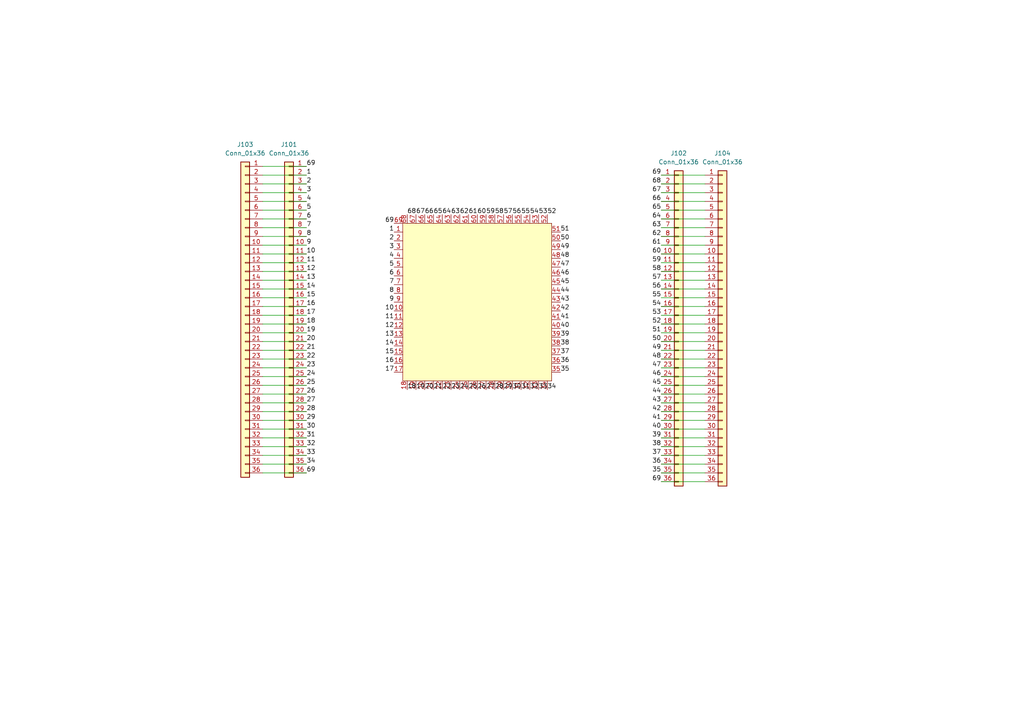
<source format=kicad_sch>
(kicad_sch (version 20250114) (generator "eeschema") (generator_version "9.0")
  (paper "A4")
  (lib_symbols
    (symbol "Connector_Generic:Conn_01x36" (pin_names (offset 1.016) (hide yes))
      (property "Reference" "J" (at 0 45.72 0))
      (property "Value" "Conn_01x36" (at 0 -48.26 0))
      (symbol "Conn_01x36_1_1"
        (rectangle (start -1.27 44.45) (end 1.27 -46.99) (stroke (width 0.254)) (fill (type background)))
        (rectangle (start -1.27 43.307) (end 0 43.053) (stroke (width 0.1524)))
        (rectangle (start -1.27 40.767) (end 0 40.513) (stroke (width 0.1524)))
        (rectangle (start -1.27 38.227) (end 0 37.973) (stroke (width 0.1524)))
        (rectangle (start -1.27 35.687) (end 0 35.433) (stroke (width 0.1524)))
        (rectangle (start -1.27 33.147) (end 0 32.893) (stroke (width 0.1524)))
        (rectangle (start -1.27 30.607) (end 0 30.353) (stroke (width 0.1524)))
        (rectangle (start -1.27 28.067) (end 0 27.813) (stroke (width 0.1524)))
        (rectangle (start -1.27 25.527) (end 0 25.273) (stroke (width 0.1524)))
        (rectangle (start -1.27 22.987) (end 0 22.733) (stroke (width 0.1524)))
        (rectangle (start -1.27 20.447) (end 0 20.193) (stroke (width 0.1524)))
        (rectangle (start -1.27 17.907) (end 0 17.653) (stroke (width 0.1524)))
        (rectangle (start -1.27 15.367) (end 0 15.113) (stroke (width 0.1524)))
        (rectangle (start -1.27 12.827) (end 0 12.573) (stroke (width 0.1524)))
        (rectangle (start -1.27 10.287) (end 0 10.033) (stroke (width 0.1524)))
        (rectangle (start -1.27 7.747) (end 0 7.493) (stroke (width 0.1524)))
        (rectangle (start -1.27 5.207) (end 0 4.953) (stroke (width 0.1524)))
        (rectangle (start -1.27 2.667) (end 0 2.413) (stroke (width 0.1524)))
        (rectangle (start -1.27 0.127) (end 0 -0.127) (stroke (width 0.1524)))
        (rectangle (start -1.27 -2.413) (end 0 -2.667) (stroke (width 0.1524)))
        (rectangle (start -1.27 -4.953) (end 0 -5.207) (stroke (width 0.1524)))
        (rectangle (start -1.27 -7.493) (end 0 -7.747) (stroke (width 0.1524)))
        (rectangle (start -1.27 -10.033) (end 0 -10.287) (stroke (width 0.1524)))
        (rectangle (start -1.27 -12.573) (end 0 -12.827) (stroke (width 0.1524)))
        (rectangle (start -1.27 -15.113) (end 0 -15.367) (stroke (width 0.1524)))
        (rectangle (start -1.27 -17.653) (end 0 -17.907) (stroke (width 0.1524)))
        (rectangle (start -1.27 -20.193) (end 0 -20.447) (stroke (width 0.1524)))
        (rectangle (start -1.27 -22.733) (end 0 -22.987) (stroke (width 0.1524)))
        (rectangle (start -1.27 -25.273) (end 0 -25.527) (stroke (width 0.1524)))
        (rectangle (start -1.27 -27.813) (end 0 -28.067) (stroke (width 0.1524)))
        (rectangle (start -1.27 -30.353) (end 0 -30.607) (stroke (width 0.1524)))
        (rectangle (start -1.27 -32.893) (end 0 -33.147) (stroke (width 0.1524)))
        (rectangle (start -1.27 -35.433) (end 0 -35.687) (stroke (width 0.1524)))
        (rectangle (start -1.27 -37.973) (end 0 -38.227) (stroke (width 0.1524)))
        (rectangle (start -1.27 -40.513) (end 0 -40.767) (stroke (width 0.1524)))
        (rectangle (start -1.27 -43.053) (end 0 -43.307) (stroke (width 0.1524)))
        (rectangle (start -1.27 -45.593) (end 0 -45.847) (stroke (width 0.1524)))
        (pin passive line (at -5.08 43.18 0) (length 3.81) (name "Pin_1") (number "1"))
        (pin passive line (at -5.08 40.64 0) (length 3.81) (name "Pin_2") (number "2"))
        (pin passive line (at -5.08 38.1 0) (length 3.81) (name "Pin_3") (number "3"))
        (pin passive line (at -5.08 35.56 0) (length 3.81) (name "Pin_4") (number "4"))
        (pin passive line (at -5.08 33.02 0) (length 3.81) (name "Pin_5") (number "5"))
        (pin passive line (at -5.08 30.48 0) (length 3.81) (name "Pin_6") (number "6"))
        (pin passive line (at -5.08 27.94 0) (length 3.81) (name "Pin_7") (number "7"))
        (pin passive line (at -5.08 25.4 0) (length 3.81) (name "Pin_8") (number "8"))
        (pin passive line (at -5.08 22.86 0) (length 3.81) (name "Pin_9") (number "9"))
        (pin passive line (at -5.08 20.32 0) (length 3.81) (name "Pin_10") (number "10"))
        (pin passive line (at -5.08 17.78 0) (length 3.81) (name "Pin_11") (number "11"))
        (pin passive line (at -5.08 15.24 0) (length 3.81) (name "Pin_12") (number "12"))
        (pin passive line (at -5.08 12.7 0) (length 3.81) (name "Pin_13") (number "13"))
        (pin passive line (at -5.08 10.16 0) (length 3.81) (name "Pin_14") (number "14"))
        (pin passive line (at -5.08 7.62 0) (length 3.81) (name "Pin_15") (number "15"))
        (pin passive line (at -5.08 5.08 0) (length 3.81) (name "Pin_16") (number "16"))
        (pin passive line (at -5.08 2.54 0) (length 3.81) (name "Pin_17") (number "17"))
        (pin passive line (at -5.08 0 0) (length 3.81) (name "Pin_18") (number "18"))
        (pin passive line (at -5.08 -2.54 0) (length 3.81) (name "Pin_19") (number "19"))
        (pin passive line (at -5.08 -5.08 0) (length 3.81) (name "Pin_20") (number "20"))
        (pin passive line (at -5.08 -7.62 0) (length 3.81) (name "Pin_21") (number "21"))
        (pin passive line (at -5.08 -10.16 0) (length 3.81) (name "Pin_22") (number "22"))
        (pin passive line (at -5.08 -12.7 0) (length 3.81) (name "Pin_23") (number "23"))
        (pin passive line (at -5.08 -15.24 0) (length 3.81) (name "Pin_24") (number "24"))
        (pin passive line (at -5.08 -17.78 0) (length 3.81) (name "Pin_25") (number "25"))
        (pin passive line (at -5.08 -20.32 0) (length 3.81) (name "Pin_26") (number "26"))
        (pin passive line (at -5.08 -22.86 0) (length 3.81) (name "Pin_27") (number "27"))
        (pin passive line (at -5.08 -25.4 0) (length 3.81) (name "Pin_28") (number "28"))
        (pin passive line (at -5.08 -27.94 0) (length 3.81) (name "Pin_29") (number "29"))
        (pin passive line (at -5.08 -30.48 0) (length 3.81) (name "Pin_30") (number "30"))
        (pin passive line (at -5.08 -33.02 0) (length 3.81) (name "Pin_31") (number "31"))
        (pin passive line (at -5.08 -35.56 0) (length 3.81) (name "Pin_32") (number "32"))
        (pin passive line (at -5.08 -38.1 0) (length 3.81) (name "Pin_33") (number "33"))
        (pin passive line (at -5.08 -40.64 0) (length 3.81) (name "Pin_34") (number "34"))
        (pin passive line (at -5.08 -43.18 0) (length 3.81) (name "Pin_35") (number "35"))
        (pin passive line (at -5.08 -45.72 0) (length 3.81) (name "Pin_36") (number "36"))
      )
    )
    (symbol "Interface_Ethernet:VSC8541XMV-0x"
      (symbol "VSC8541XMV-0x_0_0"
        (pin unspecified line (at -24.13 22.86 0) (length 2.54) (name "") (number "69"))
        (pin unspecified line (at -24.13 20.32 0) (length 2.54) (name "") (number "1"))
        (pin unspecified line (at -24.13 17.78 0) (length 2.54) (name "") (number "2"))
        (pin unspecified line (at -24.13 15.24 0) (length 2.54) (name "") (number "3"))
        (pin unspecified line (at -24.13 12.7 0) (length 2.54) (name "") (number "4"))
        (pin unspecified line (at -24.13 10.16 0) (length 2.54) (name "") (number "5"))
        (pin unspecified line (at -24.13 7.62 0) (length 2.54) (name "") (number "6"))
        (pin unspecified line (at -24.13 5.08 0) (length 2.54) (name "") (number "7"))
        (pin unspecified line (at -24.13 2.54 0) (length 2.54) (name "") (number "8"))
        (pin unspecified line (at -24.13 0 0) (length 2.54) (name "") (number "9"))
        (pin unspecified line (at -24.13 -2.54 0) (length 2.54) (name "") (number "10"))
        (pin unspecified line (at -24.13 -5.08 0) (length 2.54) (name "") (number "11"))
        (pin unspecified line (at -24.13 -7.62 0) (length 2.54) (name "") (number "12"))
        (pin unspecified line (at -24.13 -10.16 0) (length 2.54) (name "") (number "13"))
        (pin unspecified line (at -24.13 -12.7 0) (length 2.54) (name "") (number "14"))
        (pin unspecified line (at -24.13 -15.24 0) (length 2.54) (name "") (number "15"))
        (pin unspecified line (at -24.13 -17.78 0) (length 2.54) (name "") (number "16"))
        (pin unspecified line (at -24.13 -20.32 0) (length 2.54) (name "") (number "17"))
        (pin unspecified line (at -20.32 25.4 270) (length 2.54) (name "") (number "68"))
        (pin unspecified line (at -20.32 -25.4 90) (length 2.54) (name "") (number "18"))
        (pin unspecified line (at -17.78 25.4 270) (length 2.54) (name "") (number "67"))
        (pin unspecified line (at -17.78 -25.4 90) (length 2.54) (name "") (number "19"))
        (pin unspecified line (at -15.24 25.4 270) (length 2.54) (name "") (number "66"))
        (pin unspecified line (at -15.24 -25.4 90) (length 2.54) (name "") (number "20"))
        (pin unspecified line (at -12.7 25.4 270) (length 2.54) (name "") (number "65"))
        (pin unspecified line (at -12.7 -25.4 90) (length 2.54) (name "") (number "21"))
        (pin unspecified line (at -10.16 25.4 270) (length 2.54) (name "") (number "64"))
        (pin unspecified line (at -10.16 -25.4 90) (length 2.54) (name "") (number "22"))
        (pin unspecified line (at -7.62 25.4 270) (length 2.54) (name "") (number "63"))
        (pin unspecified line (at -7.62 -25.4 90) (length 2.54) (name "") (number "23"))
        (pin unspecified line (at -5.08 25.4 270) (length 2.54) (name "") (number "62"))
        (pin unspecified line (at -5.08 -25.4 90) (length 2.54) (name "") (number "24"))
        (pin unspecified line (at -2.54 25.4 270) (length 2.54) (name "") (number "61"))
        (pin unspecified line (at -2.54 -25.4 90) (length 2.54) (name "") (number "25"))
        (pin unspecified line (at 0 25.4 270) (length 2.54) (name "") (number "60"))
        (pin unspecified line (at 0 -25.4 90) (length 2.54) (name "") (number "26"))
        (pin unspecified line (at 2.54 25.4 270) (length 2.54) (name "") (number "59"))
        (pin unspecified line (at 2.54 -25.4 90) (length 2.54) (name "") (number "27"))
        (pin unspecified line (at 5.08 25.4 270) (length 2.54) (name "") (number "58"))
        (pin unspecified line (at 5.08 -25.4 90) (length 2.54) (name "") (number "28"))
        (pin unspecified line (at 7.62 25.4 270) (length 2.54) (name "") (number "57"))
        (pin unspecified line (at 7.62 -25.4 90) (length 2.54) (name "") (number "29"))
        (pin unspecified line (at 10.16 25.4 270) (length 2.54) (name "") (number "56"))
        (pin unspecified line (at 10.16 -25.4 90) (length 2.54) (name "") (number "30"))
        (pin unspecified line (at 12.7 25.4 270) (length 2.54) (name "") (number "55"))
        (pin unspecified line (at 12.7 -25.4 90) (length 2.54) (name "") (number "31"))
        (pin unspecified line (at 15.24 25.4 270) (length 2.54) (name "") (number "54"))
        (pin unspecified line (at 15.24 -25.4 90) (length 2.54) (name "") (number "32"))
        (pin unspecified line (at 17.78 25.4 270) (length 2.54) (name "") (number "53"))
        (pin unspecified line (at 17.78 -25.4 90) (length 2.54) (name "") (number "33"))
        (pin unspecified line (at 20.32 25.4 270) (length 2.54) (name "") (number "52"))
        (pin unspecified line (at 20.32 -25.4 90) (length 2.54) (name "") (number "34"))
        (pin unspecified line (at 24.13 20.32 180) (length 2.54) (name "") (number "51"))
        (pin unspecified line (at 24.13 17.78 180) (length 2.54) (name "") (number "50"))
        (pin unspecified line (at 24.13 15.24 180) (length 2.54) (name "") (number "49"))
        (pin unspecified line (at 24.13 12.7 180) (length 2.54) (name "") (number "48"))
        (pin unspecified line (at 24.13 10.16 180) (length 2.54) (name "") (number "47"))
        (pin unspecified line (at 24.13 7.62 180) (length 2.54) (name "") (number "46"))
        (pin unspecified line (at 24.13 5.08 180) (length 2.54) (name "") (number "45"))
        (pin unspecified line (at 24.13 2.54 180) (length 2.54) (name "") (number "44"))
        (pin unspecified line (at 24.13 0 180) (length 2.54) (name "") (number "43"))
        (pin unspecified line (at 24.13 -2.54 180) (length 2.54) (name "") (number "42"))
        (pin unspecified line (at 24.13 -5.08 180) (length 2.54) (name "") (number "41"))
        (pin unspecified line (at 24.13 -7.62 180) (length 2.54) (name "") (number "40"))
        (pin unspecified line (at 24.13 -10.16 180) (length 2.54) (name "") (number "39"))
        (pin unspecified line (at 24.13 -12.7 180) (length 2.54) (name "") (number "38"))
        (pin unspecified line (at 24.13 -15.24 180) (length 2.54) (name "") (number "37"))
        (pin unspecified line (at 24.13 -17.78 180) (length 2.54) (name "") (number "36"))
        (pin unspecified line (at 24.13 -20.32 180) (length 2.54) (name "") (number "35"))
      )
      (symbol "VSC8541XMV-0x_1_1"
        (rectangle (start -21.59 22.86) (end 21.59 -22.86) (fill (type background)))
      )
    )
  )
  (wire (pts (xy 204.47 124.46) (xy 191.77 124.46)))
  (wire (pts (xy 204.47 66.04) (xy 191.77 66.04)))
  (wire (pts (xy 76.2 121.92) (xy 88.9 121.92)))
  (wire (pts (xy 76.2 116.84) (xy 88.9 116.84)))
  (wire (pts (xy 76.2 60.96) (xy 88.9 60.96)))
  (wire (pts (xy 204.47 101.6) (xy 191.77 101.6)))
  (wire (pts (xy 204.47 111.76) (xy 191.77 111.76)))
  (wire (pts (xy 76.2 137.16) (xy 88.9 137.16)))
  (wire (pts (xy 76.2 88.9) (xy 88.9 88.9)))
  (wire (pts (xy 76.2 111.76) (xy 88.9 111.76)))
  (wire (pts (xy 76.2 119.38) (xy 88.9 119.38)))
  (wire (pts (xy 76.2 127) (xy 88.9 127)))
  (wire (pts (xy 204.47 121.92) (xy 191.77 121.92)))
  (wire (pts (xy 76.2 71.12) (xy 88.9 71.12)))
  (wire (pts (xy 76.2 50.8) (xy 88.9 50.8)))
  (wire (pts (xy 76.2 48.26) (xy 88.9 48.26)))
  (wire (pts (xy 204.47 81.28) (xy 191.77 81.28)))
  (wire (pts (xy 76.2 91.44) (xy 88.9 91.44)))
  (wire (pts (xy 76.2 63.5) (xy 88.9 63.5)))
  (wire (pts (xy 76.2 104.14) (xy 88.9 104.14)))
  (wire (pts (xy 76.2 129.54) (xy 88.9 129.54)))
  (wire (pts (xy 76.2 66.04) (xy 88.9 66.04)))
  (wire (pts (xy 204.47 58.42) (xy 191.77 58.42)))
  (wire (pts (xy 76.2 101.6) (xy 88.9 101.6)))
  (wire (pts (xy 204.47 88.9) (xy 191.77 88.9)))
  (wire (pts (xy 204.47 78.74) (xy 191.77 78.74)))
  (wire (pts (xy 204.47 76.2) (xy 191.77 76.2)))
  (wire (pts (xy 204.47 60.96) (xy 191.77 60.96)))
  (wire (pts (xy 76.2 83.82) (xy 88.9 83.82)))
  (wire (pts (xy 204.47 104.14) (xy 191.77 104.14)))
  (wire (pts (xy 204.47 93.98) (xy 191.77 93.98)))
  (wire (pts (xy 76.2 134.62) (xy 88.9 134.62)))
  (wire (pts (xy 204.47 73.66) (xy 191.77 73.66)))
  (wire (pts (xy 76.2 124.46) (xy 88.9 124.46)))
  (wire (pts (xy 76.2 114.3) (xy 88.9 114.3)))
  (wire (pts (xy 204.47 119.38) (xy 191.77 119.38)))
  (wire (pts (xy 204.47 134.62) (xy 191.77 134.62)))
  (wire (pts (xy 204.47 96.52) (xy 191.77 96.52)))
  (wire (pts (xy 204.47 114.3) (xy 191.77 114.3)))
  (wire (pts (xy 204.47 132.08) (xy 191.77 132.08)))
  (wire (pts (xy 76.2 81.28) (xy 88.9 81.28)))
  (wire (pts (xy 76.2 96.52) (xy 88.9 96.52)))
  (wire (pts (xy 204.47 63.5) (xy 191.77 63.5)))
  (wire (pts (xy 76.2 106.68) (xy 88.9 106.68)))
  (wire (pts (xy 204.47 137.16) (xy 191.77 137.16)))
  (wire (pts (xy 204.47 116.84) (xy 191.77 116.84)))
  (wire (pts (xy 204.47 53.34) (xy 191.77 53.34)))
  (wire (pts (xy 76.2 109.22) (xy 88.9 109.22)))
  (wire (pts (xy 204.47 127) (xy 191.77 127)))
  (wire (pts (xy 76.2 68.58) (xy 88.9 68.58)))
  (wire (pts (xy 204.47 106.68) (xy 191.77 106.68)))
  (wire (pts (xy 204.47 91.44) (xy 191.77 91.44)))
  (wire (pts (xy 204.47 55.88) (xy 191.77 55.88)))
  (wire (pts (xy 76.2 99.06) (xy 88.9 99.06)))
  (wire (pts (xy 204.47 71.12) (xy 191.77 71.12)))
  (wire (pts (xy 76.2 78.74) (xy 88.9 78.74)))
  (wire (pts (xy 76.2 53.34) (xy 88.9 53.34)))
  (wire (pts (xy 76.2 55.88) (xy 88.9 55.88)))
  (wire (pts (xy 204.47 129.54) (xy 191.77 129.54)))
  (wire (pts (xy 204.47 99.06) (xy 191.77 99.06)))
  (wire (pts (xy 204.47 83.82) (xy 191.77 83.82)))
  (wire (pts (xy 76.2 58.42) (xy 88.9 58.42)))
  (wire (pts (xy 76.2 86.36) (xy 88.9 86.36)))
  (wire (pts (xy 204.47 86.36) (xy 191.77 86.36)))
  (wire (pts (xy 204.47 139.7) (xy 191.77 139.7)))
  (wire (pts (xy 76.2 76.2) (xy 88.9 76.2)))
  (wire (pts (xy 76.2 132.08) (xy 88.9 132.08)))
  (wire (pts (xy 204.47 68.58) (xy 191.77 68.58)))
  (wire (pts (xy 204.47 50.8) (xy 191.77 50.8)))
  (wire (pts (xy 76.2 93.98) (xy 88.9 93.98)))
  (wire (pts (xy 76.2 73.66) (xy 88.9 73.66)))
  (wire (pts (xy 204.47 109.22) (xy 191.77 109.22)))
  (label "31" (at 88.9 127 0))
  (label "19" (at 88.9 96.52 0))
  (label "29" (at 88.9 121.92 0))
  (label "20" (at 88.9 99.06 0))
  (label "54" (at 191.77 88.9 180))
  (label "62" (at 191.77 68.58 180))
  (label "57" (at 191.77 81.28 180))
  (label "51" (at 191.77 96.52 180))
  (label "26" (at 88.9 114.3 0))
  (label "43" (at 191.77 116.84 180))
  (label "40" (at 191.77 124.46 180))
  (label "12" (at 88.9 78.74 0))
  (label "69" (at 191.77 139.7 180))
  (label "53" (at 191.77 91.44 180))
  (label "23" (at 88.9 106.68 0))
  (label "66" (at 191.77 58.42 180))
  (label "11" (at 88.9 76.2 0))
  (label "50" (at 191.77 99.06 180))
  (label "63" (at 191.77 66.04 180))
  (label "69" (at 88.9 137.16 0))
  (label "10" (at 88.9 73.66 0))
  (label "69" (at 88.9 48.26 0))
  (label "58" (at 191.77 78.74 180))
  (label "36" (at 191.77 134.62 180))
  (label "16" (at 88.9 88.9 0))
  (label "69" (at 191.77 50.8 180))
  (label "14" (at 88.9 83.82 0))
  (label "56" (at 191.77 83.82 180))
  (label "45" (at 191.77 111.76 180))
  (label "3" (at 88.9 55.88 0))
  (label "39" (at 191.77 127 180))
  (label "61" (at 191.77 71.12 180))
  (label "8" (at 88.9 68.58 0))
  (label "18" (at 88.9 93.98 0))
  (label "4" (at 88.9 58.42 0))
  (label "47" (at 191.77 106.68 180))
  (label "17" (at 88.9 91.44 0))
  (label "37" (at 191.77 132.08 180))
  (label "21" (at 88.9 101.6 0))
  (label "46" (at 191.77 109.22 180))
  (label "35" (at 191.77 137.16 180))
  (label "7" (at 88.9 66.04 0))
  (label "44" (at 191.77 114.3 180))
  (label "13" (at 88.9 81.28 0))
  (label "55" (at 191.77 86.36 180))
  (label "27" (at 88.9 116.84 0))
  (label "24" (at 88.9 109.22 0))
  (label "15" (at 88.9 86.36 0))
  (label "2" (at 88.9 53.34 0))
  (label "38" (at 191.77 129.54 180))
  (label "52" (at 191.77 93.98 180))
  (label "48" (at 191.77 104.14 180))
  (label "1" (at 88.9 50.8 0))
  (label "22" (at 88.9 104.14 0))
  (label "32" (at 88.9 129.54 0))
  (label "68" (at 191.77 53.34 180))
  (label "59" (at 191.77 76.2 180))
  (label "3" (at 114.3 72.39 180))
  (label "1" (at 114.3 67.31 180))
  (label "2" (at 114.3 69.85 180))
  (label "69" (at 114.3 64.77 180))
  (label "4" (at 114.3 74.93 180))
  (label "5" (at 114.3 77.47 180))
  (label "6" (at 114.3 80.01 180))
  (label "7" (at 114.3 82.55 180))
  (label "8" (at 114.3 85.09 180))
  (label "10" (at 114.3 90.17 180))
  (label "11" (at 114.3 92.71 180))
  (label "12" (at 114.3 95.25 180))
  (label "9" (at 114.3 87.63 180))
  (label "13" (at 114.3 97.79 180))
  (label "14" (at 114.3 100.33 180))
  (label "15" (at 114.3 102.87 180))
  (label "16" (at 114.3 105.41 180))
  (label "17" (at 114.3 107.95 180))
  (label "63" (at 130.81 62.23 0))
  (label "64" (at 128.27 62.23 0))
  (label "65" (at 125.73 62.23 0))
  (label "66" (at 123.19 62.23 0))
  (label "59" (at 140.97 62.23 0))
  (label "60" (at 138.43 62.23 0))
  (label "61" (at 135.89 62.23 0))
  (label "62" (at 133.35 62.23 0))
  (label "55" (at 151.13 62.23 0))
  (label "56" (at 148.59 62.23 0))
  (label "57" (at 146.05 62.23 0))
  (label "58" (at 143.51 62.23 0))
  (label "52" (at 158.75 62.23 0))
  (label "68" (at 118.11 62.23 0))
  (label "67" (at 120.65 62.23 0))
  (label "54" (at 153.67 62.23 0))
  (label "53" (at 156.21 62.23 0))
  (label "36" (at 162.56 105.41 0))
  (label "37" (at 162.56 102.87 0))
  (label "38" (at 162.56 100.33 0))
  (label "35" (at 162.56 107.95 0))
  (label "40" (at 162.56 95.25 0))
  (label "39" (at 162.56 97.79 0))
  (label "49" (at 162.56 72.39 0))
  (label "50" (at 162.56 69.85 0))
  (label "51" (at 162.56 67.31 0))
  (label "48" (at 162.56 74.93 0))
  (label "47" (at 162.56 77.47 0))
  (label "44" (at 162.56 85.09 0))
  (label "43" (at 162.56 87.63 0))
  (label "45" (at 162.56 82.55 0))
  (label "46" (at 162.56 80.01 0))
  (label "42" (at 162.56 90.17 0))
  (label "41" (at 162.56 92.71 0))
  (label "18" (at 118.11 113.03 0))
  (label "34" (at 158.75 113.03 0))
  (label "21" (at 125.73 113.03 0))
  (label "20" (at 123.19 113.03 0))
  (label "19" (at 120.65 113.03 0))
  (label "22" (at 128.27 113.03 0))
  (label "23" (at 130.81 113.03 0))
  (label "24" (at 133.35 113.03 0))
  (label "25" (at 135.89 113.03 0))
  (label "26" (at 138.43 113.03 0))
  (label "27" (at 140.97 113.03 0))
  (label "28" (at 143.51 113.03 0))
  (label "29" (at 146.05 113.03 0))
  (label "30" (at 148.59 113.03 0))
  (label "31" (at 151.13 113.03 0))
  (label "32" (at 153.67 113.03 0))
  (label "33" (at 156.21 113.03 0))
  (label "34" (at 88.9 134.62 0))
  (label "65" (at 191.77 60.96 180))
  (label "41" (at 191.77 121.92 180))
  (label "5" (at 88.9 60.96 0))
  (label "64" (at 191.77 63.5 180))
  (label "30" (at 88.9 124.46 0))
  (label "33" (at 88.9 132.08 0))
  (label "42" (at 191.77 119.38 180))
  (label "49" (at 191.77 101.6 180))
  (label "9" (at 88.9 71.12 0))
  (label "6" (at 88.9 63.5 0))
  (label "60" (at 191.77 73.66 180))
  (label "67" (at 191.77 55.88 180))
  (label "28" (at 88.9 119.38 0))
  (label "25" (at 88.9 111.76 0))
  (symbol (lib_id "Interface_Ethernet:VSC8541XMV-0x") (at 138.43 87.63 0) (unit 1)
    (property "Reference" "U101" (effects (hide yes)))
    (property "Value" "QFN-68" (effects (hide yes)))
    (property "Footprint" "Package_DFN_QFN:QFN-68-1EP_8x8mm_P0.4mm_EP5.2x5.2mm_ThermalVias" (effects (hide yes)))
  )
  (symbol (lib_id "Connector_Generic:Conn_01x36") (at 209.55 93.98 0) (unit 1)
    (property "Reference" "J104" (at 209.55 44.45 0))
    (property "Value" "Conn_01x36" (at 209.55 46.99 0))
    (property "Footprint" "Connector_PinHeader_2.54mm:PinHeader_1x36_P2.54mm_Vertical_SMD_Pin1Right" (effects (hide yes)))
    (property "Description" "Generic connector, single row, 01x36, script generated (kicad-library-utils/schlib/autogen/connector/)" (effects (hide yes)))
  )
  (symbol (lib_id "Connector_Generic:Conn_01x36") (at 83.82 91.44 0) (mirror y) (unit 1)
    (property "Reference" "J101" (at 83.82 41.91 0))
    (property "Value" "Conn_01x36" (at 83.82 44.45 0))
    (property "Footprint" "Connector_PinHeader_2.54mm:PinHeader_1x36_P2.54mm_Vertical" (effects (hide yes)))
    (property "Description" "Generic connector, single row, 01x36, script generated (kicad-library-utils/schlib/autogen/connector/)" (effects (hide yes)))
  )
  (symbol (lib_id "Connector_Generic:Conn_01x36") (at 196.85 93.98 0) (unit 1)
    (property "Reference" "J102" (at 196.85 44.45 0))
    (property "Value" "Conn_01x36" (at 196.85 46.99 0))
    (property "Footprint" "Connector_PinHeader_2.54mm:PinHeader_1x36_P2.54mm_Vertical" (effects (hide yes)))
    (property "Description" "Generic connector, single row, 01x36, script generated (kicad-library-utils/schlib/autogen/connector/)" (effects (hide yes)))
  )
  (symbol (lib_id "Connector_Generic:Conn_01x36") (at 71.12 91.44 0) (mirror y) (unit 1)
    (property "Reference" "J103" (at 71.12 41.91 0))
    (property "Value" "Conn_01x36" (at 71.12 44.45 0))
    (property "Footprint" "Connector_PinHeader_2.54mm:PinHeader_1x36_P2.54mm_Vertical_SMD_Pin1Left" (effects (hide yes)))
    (property "Description" "Generic connector, single row, 01x36, script generated (kicad-library-utils/schlib/autogen/connector/)" (effects (hide yes)))
  )
)
</source>
